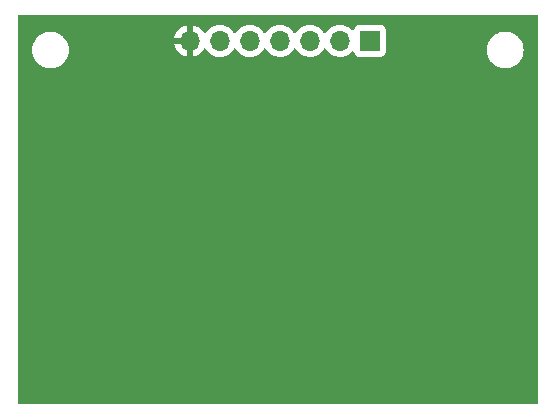
<source format=gbr>
%TF.GenerationSoftware,KiCad,Pcbnew,7.0.2*%
%TF.CreationDate,2025-01-10T16:23:45-06:00*%
%TF.ProjectId,gateDr_displayboard,67617465-4472-45f6-9469-73706c617962,rev?*%
%TF.SameCoordinates,Original*%
%TF.FileFunction,Copper,L1,Top*%
%TF.FilePolarity,Positive*%
%FSLAX46Y46*%
G04 Gerber Fmt 4.6, Leading zero omitted, Abs format (unit mm)*
G04 Created by KiCad (PCBNEW 7.0.2) date 2025-01-10 16:23:45*
%MOMM*%
%LPD*%
G01*
G04 APERTURE LIST*
%TA.AperFunction,ComponentPad*%
%ADD10R,1.700000X1.700000*%
%TD*%
%TA.AperFunction,ComponentPad*%
%ADD11O,1.700000X1.700000*%
%TD*%
%TA.AperFunction,ViaPad*%
%ADD12C,0.800000*%
%TD*%
G04 APERTURE END LIST*
D10*
%TO.P,J1,1,Pin_1*%
%TO.N,/display_SCK*%
X83040000Y-64220000D03*
D11*
%TO.P,J1,2,Pin_2*%
%TO.N,/display_DO*%
X80500000Y-64220000D03*
%TO.P,J1,3,Pin_3*%
%TO.N,/display_RST*%
X77960000Y-64220000D03*
%TO.P,J1,4,Pin_4*%
%TO.N,/display_CS*%
X75420000Y-64220000D03*
%TO.P,J1,5,Pin_5*%
%TO.N,/display_DC*%
X72880000Y-64220000D03*
%TO.P,J1,6,Pin_6*%
%TO.N,+3.3V*%
X70340000Y-64220000D03*
%TO.P,J1,7,Pin_7*%
%TO.N,GND*%
X67800000Y-64220000D03*
%TD*%
D12*
%TO.N,GND*%
X73000000Y-89500000D03*
X67750000Y-66250000D03*
X75750000Y-87500000D03*
X83500000Y-84000000D03*
X78500000Y-80000000D03*
X81500000Y-82500000D03*
X71500000Y-89750000D03*
X67250000Y-88250000D03*
X78500000Y-85250000D03*
X78500000Y-75750000D03*
X69500000Y-75250000D03*
X72000000Y-84500000D03*
X70500000Y-70500000D03*
X78250000Y-87500000D03*
X79750000Y-89500000D03*
X82500000Y-87500000D03*
X66000000Y-66250000D03*
%TD*%
%TA.AperFunction,Conductor*%
%TO.N,GND*%
G36*
X97192539Y-62020185D02*
G01*
X97238294Y-62072989D01*
X97249500Y-62124500D01*
X97249500Y-94875500D01*
X97229815Y-94942539D01*
X97177011Y-94988294D01*
X97125500Y-94999500D01*
X53374500Y-94999500D01*
X53307461Y-94979815D01*
X53261706Y-94927011D01*
X53250500Y-94875500D01*
X53250500Y-64999999D01*
X54444706Y-64999999D01*
X54450208Y-65069913D01*
X54447901Y-65080890D01*
X54453227Y-65113658D01*
X54454449Y-65123799D01*
X54454643Y-65126270D01*
X54455026Y-65135998D01*
X54455026Y-65163819D01*
X54458604Y-65176590D01*
X54463854Y-65243303D01*
X54480978Y-65314630D01*
X54480360Y-65326974D01*
X54491409Y-65360069D01*
X54494367Y-65370398D01*
X54495099Y-65373448D01*
X54496917Y-65382494D01*
X54501068Y-65408038D01*
X54505951Y-65418648D01*
X54520827Y-65480611D01*
X54550137Y-65551372D01*
X54551576Y-65564765D01*
X54568451Y-65596917D01*
X54573213Y-65607083D01*
X54574960Y-65611300D01*
X54578019Y-65619490D01*
X54585468Y-65641802D01*
X54591054Y-65650156D01*
X54614223Y-65706090D01*
X54655941Y-65774168D01*
X54659741Y-65788215D01*
X54682276Y-65818204D01*
X54688870Y-65827903D01*
X54692373Y-65833619D01*
X54696444Y-65840786D01*
X54706055Y-65859098D01*
X54711753Y-65865244D01*
X54741739Y-65914177D01*
X54795712Y-65977371D01*
X54802094Y-65991615D01*
X54829874Y-66018298D01*
X54838271Y-66027201D01*
X54844558Y-66034563D01*
X54849392Y-66040594D01*
X54859749Y-66054376D01*
X54864994Y-66058490D01*
X54900241Y-66099759D01*
X54948883Y-66141303D01*
X54965918Y-66155852D01*
X54975015Y-66169788D01*
X55007405Y-66192145D01*
X55017485Y-66199895D01*
X55027839Y-66208737D01*
X55033188Y-66213584D01*
X55042618Y-66222641D01*
X55046905Y-66225022D01*
X55085821Y-66258259D01*
X55162256Y-66305098D01*
X55174094Y-66318183D01*
X55210266Y-66335347D01*
X55221895Y-66341645D01*
X55237748Y-66351360D01*
X55243390Y-66355033D01*
X55249971Y-66359575D01*
X55252880Y-66360633D01*
X55280707Y-66377685D01*
X55293914Y-66385779D01*
X55379767Y-66421340D01*
X55394270Y-66433027D01*
X55433265Y-66444322D01*
X55446222Y-66448866D01*
X55469146Y-66458362D01*
X55474847Y-66460893D01*
X55476484Y-66461670D01*
X55477700Y-66461904D01*
X55519388Y-66479172D01*
X55612953Y-66501635D01*
X55629935Y-66511386D01*
X55670677Y-66516333D01*
X55684670Y-66518853D01*
X55756698Y-66536146D01*
X55855907Y-66543953D01*
X55875079Y-66551260D01*
X55916438Y-66549594D01*
X55931138Y-66549874D01*
X56000000Y-66555294D01*
X56102504Y-66547226D01*
X56123477Y-66551632D01*
X56164282Y-66543302D01*
X56179351Y-66541178D01*
X56243302Y-66536146D01*
X56346490Y-66511372D01*
X56368786Y-66512487D01*
X56407891Y-66497656D01*
X56422913Y-66493024D01*
X56480612Y-66479172D01*
X56581707Y-66437297D01*
X56604768Y-66434817D01*
X56641080Y-66413853D01*
X56655628Y-66406679D01*
X56706085Y-66385779D01*
X56706086Y-66385777D01*
X56706089Y-66385777D01*
X56802215Y-66326870D01*
X56825421Y-66320592D01*
X56857934Y-66294047D01*
X56871556Y-66284378D01*
X56914179Y-66258259D01*
X57002432Y-66182883D01*
X57025128Y-66172713D01*
X57052955Y-66141303D01*
X57065224Y-66129254D01*
X57099759Y-66099759D01*
X57258259Y-65914179D01*
X57355163Y-65756045D01*
X57385778Y-65706088D01*
X57479171Y-65480615D01*
X57479172Y-65480611D01*
X57536146Y-65243302D01*
X57555294Y-65000000D01*
X57536146Y-64756698D01*
X57479172Y-64519388D01*
X57479171Y-64519387D01*
X57479171Y-64519384D01*
X57458716Y-64470000D01*
X66469364Y-64470000D01*
X66526569Y-64683492D01*
X66626399Y-64897576D01*
X66761893Y-65091081D01*
X66928918Y-65258106D01*
X67122423Y-65393600D01*
X67336509Y-65493430D01*
X67550000Y-65550634D01*
X67550000Y-64655501D01*
X67657685Y-64704680D01*
X67764237Y-64720000D01*
X67835763Y-64720000D01*
X67942315Y-64704680D01*
X68050000Y-64655501D01*
X68050000Y-65550633D01*
X68263490Y-65493430D01*
X68477576Y-65393600D01*
X68671081Y-65258106D01*
X68838109Y-65091078D01*
X68968119Y-64905405D01*
X69022696Y-64861780D01*
X69092194Y-64854586D01*
X69154549Y-64886109D01*
X69171265Y-64905400D01*
X69301505Y-65091401D01*
X69468599Y-65258495D01*
X69662170Y-65394035D01*
X69876337Y-65493903D01*
X70104592Y-65555063D01*
X70340000Y-65575659D01*
X70575408Y-65555063D01*
X70803663Y-65493903D01*
X71017830Y-65394035D01*
X71211401Y-65258495D01*
X71378495Y-65091401D01*
X71508426Y-64905839D01*
X71563002Y-64862216D01*
X71632500Y-64855022D01*
X71694855Y-64886545D01*
X71711571Y-64905837D01*
X71841505Y-65091401D01*
X72008599Y-65258495D01*
X72202170Y-65394035D01*
X72416337Y-65493903D01*
X72644592Y-65555063D01*
X72880000Y-65575659D01*
X73115408Y-65555063D01*
X73343663Y-65493903D01*
X73557830Y-65394035D01*
X73751401Y-65258495D01*
X73918495Y-65091401D01*
X74048426Y-64905839D01*
X74103002Y-64862216D01*
X74172500Y-64855022D01*
X74234855Y-64886545D01*
X74251571Y-64905837D01*
X74381505Y-65091401D01*
X74548599Y-65258495D01*
X74742170Y-65394035D01*
X74956337Y-65493903D01*
X75168059Y-65550633D01*
X75184592Y-65555063D01*
X75419999Y-65575659D01*
X75419999Y-65575658D01*
X75420000Y-65575659D01*
X75655408Y-65555063D01*
X75883663Y-65493903D01*
X76097830Y-65394035D01*
X76291401Y-65258495D01*
X76458495Y-65091401D01*
X76588427Y-64905838D01*
X76643001Y-64862216D01*
X76712499Y-64855022D01*
X76774854Y-64886545D01*
X76791572Y-64905838D01*
X76921505Y-65091401D01*
X77088599Y-65258495D01*
X77282170Y-65394035D01*
X77496337Y-65493903D01*
X77708059Y-65550633D01*
X77724592Y-65555063D01*
X77959999Y-65575659D01*
X77959999Y-65575658D01*
X77960000Y-65575659D01*
X78195408Y-65555063D01*
X78423663Y-65493903D01*
X78637830Y-65394035D01*
X78831401Y-65258495D01*
X78998495Y-65091401D01*
X79128426Y-64905839D01*
X79183002Y-64862216D01*
X79252500Y-64855022D01*
X79314855Y-64886545D01*
X79331571Y-64905837D01*
X79461505Y-65091401D01*
X79628599Y-65258495D01*
X79822170Y-65394035D01*
X80036337Y-65493903D01*
X80248059Y-65550633D01*
X80264592Y-65555063D01*
X80499999Y-65575659D01*
X80499999Y-65575658D01*
X80500000Y-65575659D01*
X80735408Y-65555063D01*
X80963663Y-65493903D01*
X81177830Y-65394035D01*
X81371401Y-65258495D01*
X81493329Y-65136566D01*
X81554648Y-65103084D01*
X81624340Y-65108068D01*
X81680274Y-65149939D01*
X81697189Y-65180916D01*
X81746204Y-65312331D01*
X81832454Y-65427546D01*
X81947669Y-65513796D01*
X82082517Y-65564091D01*
X82142127Y-65570500D01*
X83937872Y-65570499D01*
X83997483Y-65564091D01*
X84132331Y-65513796D01*
X84247546Y-65427546D01*
X84333796Y-65312331D01*
X84384091Y-65177483D01*
X84390500Y-65117873D01*
X84390500Y-64999999D01*
X92944706Y-64999999D01*
X92950208Y-65069913D01*
X92947901Y-65080890D01*
X92953227Y-65113658D01*
X92954449Y-65123799D01*
X92954643Y-65126270D01*
X92955026Y-65135998D01*
X92955026Y-65163819D01*
X92958604Y-65176590D01*
X92963854Y-65243303D01*
X92980978Y-65314630D01*
X92980360Y-65326974D01*
X92991409Y-65360069D01*
X92994367Y-65370398D01*
X92995099Y-65373448D01*
X92996917Y-65382494D01*
X93001068Y-65408038D01*
X93005951Y-65418648D01*
X93020827Y-65480611D01*
X93050137Y-65551372D01*
X93051576Y-65564765D01*
X93068451Y-65596917D01*
X93073213Y-65607083D01*
X93074960Y-65611300D01*
X93078019Y-65619490D01*
X93085468Y-65641802D01*
X93091054Y-65650156D01*
X93114223Y-65706090D01*
X93155941Y-65774168D01*
X93159741Y-65788215D01*
X93182276Y-65818204D01*
X93188870Y-65827903D01*
X93192373Y-65833619D01*
X93196444Y-65840786D01*
X93206055Y-65859098D01*
X93211753Y-65865244D01*
X93241739Y-65914177D01*
X93295712Y-65977371D01*
X93302094Y-65991615D01*
X93329874Y-66018298D01*
X93338271Y-66027201D01*
X93344558Y-66034563D01*
X93349392Y-66040594D01*
X93359749Y-66054376D01*
X93364994Y-66058490D01*
X93400241Y-66099759D01*
X93448883Y-66141303D01*
X93465918Y-66155852D01*
X93475015Y-66169788D01*
X93507405Y-66192145D01*
X93517485Y-66199895D01*
X93527839Y-66208737D01*
X93533188Y-66213584D01*
X93542618Y-66222641D01*
X93546905Y-66225022D01*
X93585821Y-66258259D01*
X93662256Y-66305098D01*
X93674094Y-66318183D01*
X93710266Y-66335347D01*
X93721895Y-66341645D01*
X93737748Y-66351360D01*
X93743390Y-66355033D01*
X93749971Y-66359575D01*
X93752880Y-66360633D01*
X93780707Y-66377685D01*
X93793914Y-66385779D01*
X93879767Y-66421340D01*
X93894270Y-66433027D01*
X93933265Y-66444322D01*
X93946222Y-66448866D01*
X93969146Y-66458362D01*
X93974847Y-66460893D01*
X93976484Y-66461670D01*
X93977700Y-66461904D01*
X94019388Y-66479172D01*
X94112953Y-66501635D01*
X94129935Y-66511386D01*
X94170677Y-66516333D01*
X94184670Y-66518853D01*
X94256698Y-66536146D01*
X94355907Y-66543953D01*
X94375079Y-66551260D01*
X94416438Y-66549594D01*
X94431138Y-66549874D01*
X94500000Y-66555294D01*
X94602504Y-66547226D01*
X94623477Y-66551632D01*
X94664282Y-66543302D01*
X94679351Y-66541178D01*
X94743302Y-66536146D01*
X94846490Y-66511372D01*
X94868786Y-66512487D01*
X94907891Y-66497656D01*
X94922913Y-66493024D01*
X94980612Y-66479172D01*
X95081707Y-66437297D01*
X95104768Y-66434817D01*
X95141080Y-66413853D01*
X95155628Y-66406679D01*
X95206085Y-66385779D01*
X95206086Y-66385777D01*
X95206089Y-66385777D01*
X95302215Y-66326870D01*
X95325421Y-66320592D01*
X95357934Y-66294047D01*
X95371556Y-66284378D01*
X95414179Y-66258259D01*
X95502432Y-66182883D01*
X95525128Y-66172713D01*
X95552955Y-66141303D01*
X95565224Y-66129254D01*
X95599759Y-66099759D01*
X95758259Y-65914179D01*
X95855163Y-65756045D01*
X95885778Y-65706088D01*
X95979171Y-65480615D01*
X95979172Y-65480611D01*
X96036146Y-65243302D01*
X96055294Y-65000000D01*
X96036146Y-64756698D01*
X95979172Y-64519388D01*
X95979171Y-64519387D01*
X95979171Y-64519384D01*
X95885778Y-64293911D01*
X95760346Y-64089227D01*
X95758259Y-64085821D01*
X95599759Y-63900241D01*
X95565239Y-63870758D01*
X95552962Y-63858702D01*
X95530717Y-63833592D01*
X95502437Y-63817120D01*
X95414179Y-63741741D01*
X95371571Y-63715630D01*
X95357938Y-63705955D01*
X95331723Y-63684551D01*
X95302217Y-63673130D01*
X95206088Y-63614221D01*
X95155629Y-63593321D01*
X95141081Y-63586147D01*
X95111562Y-63569104D01*
X95081711Y-63562703D01*
X94980615Y-63520828D01*
X94922920Y-63506977D01*
X94907896Y-63502345D01*
X94875848Y-63490191D01*
X94846491Y-63488628D01*
X94743302Y-63463854D01*
X94729299Y-63462751D01*
X94679367Y-63458822D01*
X94664294Y-63456698D01*
X94630582Y-63449815D01*
X94602505Y-63452773D01*
X94529011Y-63446989D01*
X94500000Y-63444706D01*
X94499999Y-63444706D01*
X94431169Y-63450123D01*
X94416449Y-63450404D01*
X94382014Y-63449016D01*
X94355908Y-63456046D01*
X94256696Y-63463854D01*
X94184692Y-63481141D01*
X94170692Y-63483663D01*
X94136509Y-63487813D01*
X94112957Y-63498363D01*
X94019385Y-63520828D01*
X93977699Y-63538095D01*
X93976761Y-63538195D01*
X93974813Y-63539120D01*
X93969121Y-63541647D01*
X93946228Y-63551130D01*
X93933275Y-63555674D01*
X93900315Y-63565221D01*
X93879769Y-63578659D01*
X93793910Y-63614222D01*
X93752880Y-63639366D01*
X93750616Y-63639978D01*
X93743381Y-63644972D01*
X93737738Y-63648644D01*
X93721906Y-63658346D01*
X93710276Y-63664646D01*
X93679479Y-63679259D01*
X93662257Y-63694900D01*
X93585820Y-63741741D01*
X93546906Y-63774977D01*
X93543511Y-63776497D01*
X93533177Y-63786424D01*
X93527814Y-63791283D01*
X93517499Y-63800093D01*
X93507408Y-63807853D01*
X93479638Y-63827021D01*
X93465920Y-63844145D01*
X93400242Y-63900240D01*
X93364995Y-63941509D01*
X93360763Y-63944270D01*
X93349378Y-63959422D01*
X93344540Y-63965458D01*
X93338272Y-63972797D01*
X93329880Y-63981694D01*
X93305898Y-64004729D01*
X93295713Y-64022627D01*
X93241738Y-64085824D01*
X93211752Y-64134756D01*
X93207045Y-64139013D01*
X93196443Y-64159215D01*
X93192371Y-64166385D01*
X93188875Y-64172089D01*
X93182284Y-64181782D01*
X93162693Y-64207853D01*
X93155943Y-64225830D01*
X93114218Y-64293917D01*
X93091053Y-64349843D01*
X93086279Y-64355766D01*
X93078018Y-64380512D01*
X93074956Y-64388710D01*
X93073212Y-64392919D01*
X93068453Y-64403078D01*
X93053687Y-64431212D01*
X93050137Y-64448626D01*
X93020828Y-64519383D01*
X93005952Y-64581349D01*
X93001546Y-64589021D01*
X92996916Y-64617510D01*
X92995101Y-64626542D01*
X92994371Y-64629585D01*
X92991411Y-64639926D01*
X92981679Y-64669076D01*
X92980978Y-64685367D01*
X92963854Y-64756694D01*
X92958604Y-64823408D01*
X92955026Y-64832795D01*
X92955026Y-64864001D01*
X92954642Y-64873751D01*
X92954449Y-64876198D01*
X92953227Y-64886338D01*
X92948507Y-64915376D01*
X92950208Y-64930084D01*
X92944706Y-64999999D01*
X84390500Y-64999999D01*
X84390499Y-63322128D01*
X84384091Y-63262517D01*
X84333796Y-63127669D01*
X84247546Y-63012454D01*
X84132331Y-62926204D01*
X83997483Y-62875909D01*
X83937873Y-62869500D01*
X83934550Y-62869500D01*
X82145439Y-62869500D01*
X82145420Y-62869500D01*
X82142128Y-62869501D01*
X82138848Y-62869853D01*
X82138840Y-62869854D01*
X82082515Y-62875909D01*
X81947669Y-62926204D01*
X81832454Y-63012454D01*
X81746204Y-63127669D01*
X81697189Y-63259083D01*
X81655317Y-63315016D01*
X81589852Y-63339433D01*
X81521580Y-63324581D01*
X81493326Y-63303430D01*
X81371404Y-63181508D01*
X81371401Y-63181505D01*
X81177830Y-63045965D01*
X80963663Y-62946097D01*
X80902502Y-62929709D01*
X80735407Y-62884936D01*
X80500000Y-62864340D01*
X80264592Y-62884936D01*
X80036336Y-62946097D01*
X79822170Y-63045965D01*
X79628598Y-63181505D01*
X79461505Y-63348598D01*
X79331575Y-63534159D01*
X79276998Y-63577784D01*
X79207500Y-63584978D01*
X79145145Y-63553455D01*
X79128425Y-63534159D01*
X79093067Y-63483663D01*
X78998495Y-63348599D01*
X78831401Y-63181505D01*
X78637830Y-63045965D01*
X78423663Y-62946097D01*
X78362502Y-62929709D01*
X78195407Y-62884936D01*
X77959999Y-62864340D01*
X77724592Y-62884936D01*
X77496336Y-62946097D01*
X77282170Y-63045965D01*
X77088598Y-63181505D01*
X76921505Y-63348598D01*
X76791575Y-63534159D01*
X76736998Y-63577784D01*
X76667500Y-63584978D01*
X76605145Y-63553455D01*
X76588425Y-63534159D01*
X76553067Y-63483663D01*
X76458495Y-63348599D01*
X76291401Y-63181505D01*
X76097830Y-63045965D01*
X75883663Y-62946097D01*
X75822502Y-62929709D01*
X75655407Y-62884936D01*
X75420000Y-62864340D01*
X75184592Y-62884936D01*
X74956336Y-62946097D01*
X74742170Y-63045965D01*
X74548598Y-63181505D01*
X74381505Y-63348598D01*
X74251575Y-63534159D01*
X74196998Y-63577784D01*
X74127500Y-63584978D01*
X74065145Y-63553455D01*
X74048425Y-63534159D01*
X74013067Y-63483663D01*
X73918495Y-63348599D01*
X73751401Y-63181505D01*
X73557830Y-63045965D01*
X73343663Y-62946097D01*
X73282502Y-62929709D01*
X73115407Y-62884936D01*
X72879999Y-62864340D01*
X72644592Y-62884936D01*
X72416336Y-62946097D01*
X72202170Y-63045965D01*
X72008598Y-63181505D01*
X71841505Y-63348598D01*
X71711575Y-63534159D01*
X71656998Y-63577784D01*
X71587500Y-63584978D01*
X71525145Y-63553455D01*
X71508425Y-63534159D01*
X71473067Y-63483663D01*
X71378495Y-63348599D01*
X71211401Y-63181505D01*
X71017830Y-63045965D01*
X70803663Y-62946097D01*
X70742502Y-62929709D01*
X70575407Y-62884936D01*
X70340000Y-62864340D01*
X70104592Y-62884936D01*
X69876336Y-62946097D01*
X69662170Y-63045965D01*
X69468598Y-63181505D01*
X69301508Y-63348595D01*
X69301505Y-63348598D01*
X69301505Y-63348599D01*
X69206933Y-63483663D01*
X69171269Y-63534596D01*
X69116692Y-63578220D01*
X69047193Y-63585413D01*
X68984839Y-63553891D01*
X68968119Y-63534595D01*
X68838109Y-63348921D01*
X68671081Y-63181893D01*
X68477576Y-63046399D01*
X68263492Y-62946569D01*
X68050000Y-62889364D01*
X68050000Y-63784498D01*
X67942315Y-63735320D01*
X67835763Y-63720000D01*
X67764237Y-63720000D01*
X67657685Y-63735320D01*
X67550000Y-63784498D01*
X67550000Y-62889364D01*
X67549999Y-62889364D01*
X67336507Y-62946569D01*
X67122421Y-63046400D01*
X66928921Y-63181890D01*
X66761890Y-63348921D01*
X66626400Y-63542421D01*
X66526569Y-63756507D01*
X66469364Y-63969999D01*
X66469364Y-63970000D01*
X67366314Y-63970000D01*
X67340507Y-64010156D01*
X67300000Y-64148111D01*
X67300000Y-64291889D01*
X67340507Y-64429844D01*
X67366314Y-64470000D01*
X66469364Y-64470000D01*
X57458716Y-64470000D01*
X57385778Y-64293911D01*
X57260346Y-64089227D01*
X57258259Y-64085821D01*
X57099759Y-63900241D01*
X57065239Y-63870758D01*
X57052962Y-63858702D01*
X57030717Y-63833592D01*
X57002437Y-63817120D01*
X56914179Y-63741741D01*
X56871571Y-63715630D01*
X56857938Y-63705955D01*
X56831723Y-63684551D01*
X56802217Y-63673130D01*
X56706088Y-63614221D01*
X56655629Y-63593321D01*
X56641081Y-63586147D01*
X56611562Y-63569104D01*
X56581711Y-63562703D01*
X56480615Y-63520828D01*
X56422920Y-63506977D01*
X56407896Y-63502345D01*
X56375848Y-63490191D01*
X56346491Y-63488628D01*
X56243302Y-63463854D01*
X56229299Y-63462751D01*
X56179367Y-63458822D01*
X56164294Y-63456698D01*
X56130582Y-63449815D01*
X56102505Y-63452773D01*
X56029011Y-63446989D01*
X56000000Y-63444706D01*
X55999999Y-63444706D01*
X55931169Y-63450123D01*
X55916449Y-63450404D01*
X55882014Y-63449016D01*
X55855908Y-63456046D01*
X55756696Y-63463854D01*
X55684692Y-63481141D01*
X55670692Y-63483663D01*
X55636509Y-63487813D01*
X55612957Y-63498363D01*
X55519385Y-63520828D01*
X55477699Y-63538095D01*
X55476761Y-63538195D01*
X55474813Y-63539120D01*
X55469121Y-63541647D01*
X55446228Y-63551130D01*
X55433275Y-63555674D01*
X55400315Y-63565221D01*
X55379769Y-63578659D01*
X55293910Y-63614222D01*
X55252880Y-63639366D01*
X55250616Y-63639978D01*
X55243381Y-63644972D01*
X55237738Y-63648644D01*
X55221906Y-63658346D01*
X55210276Y-63664646D01*
X55179479Y-63679259D01*
X55162257Y-63694900D01*
X55085820Y-63741741D01*
X55046906Y-63774977D01*
X55043511Y-63776497D01*
X55033177Y-63786424D01*
X55027814Y-63791283D01*
X55017499Y-63800093D01*
X55007408Y-63807853D01*
X54979638Y-63827021D01*
X54965920Y-63844145D01*
X54900242Y-63900240D01*
X54864995Y-63941509D01*
X54860763Y-63944270D01*
X54849378Y-63959422D01*
X54844540Y-63965458D01*
X54838272Y-63972797D01*
X54829880Y-63981694D01*
X54805898Y-64004729D01*
X54795713Y-64022627D01*
X54741738Y-64085824D01*
X54711752Y-64134756D01*
X54707045Y-64139013D01*
X54696443Y-64159215D01*
X54692371Y-64166385D01*
X54688875Y-64172089D01*
X54682284Y-64181782D01*
X54662693Y-64207853D01*
X54655943Y-64225830D01*
X54614218Y-64293917D01*
X54591053Y-64349843D01*
X54586279Y-64355766D01*
X54578018Y-64380512D01*
X54574956Y-64388710D01*
X54573212Y-64392919D01*
X54568453Y-64403078D01*
X54553687Y-64431212D01*
X54550137Y-64448626D01*
X54520828Y-64519383D01*
X54505952Y-64581349D01*
X54501546Y-64589021D01*
X54496916Y-64617510D01*
X54495101Y-64626542D01*
X54494371Y-64629585D01*
X54491411Y-64639926D01*
X54481679Y-64669076D01*
X54480978Y-64685367D01*
X54463854Y-64756694D01*
X54458604Y-64823408D01*
X54455026Y-64832795D01*
X54455026Y-64864001D01*
X54454642Y-64873751D01*
X54454449Y-64876198D01*
X54453227Y-64886338D01*
X54448507Y-64915376D01*
X54450208Y-64930084D01*
X54444706Y-64999999D01*
X53250500Y-64999999D01*
X53250500Y-62124500D01*
X53270185Y-62057461D01*
X53322989Y-62011706D01*
X53374500Y-62000500D01*
X97125500Y-62000500D01*
X97192539Y-62020185D01*
G37*
%TD.AperFunction*%
%TD*%
M02*

</source>
